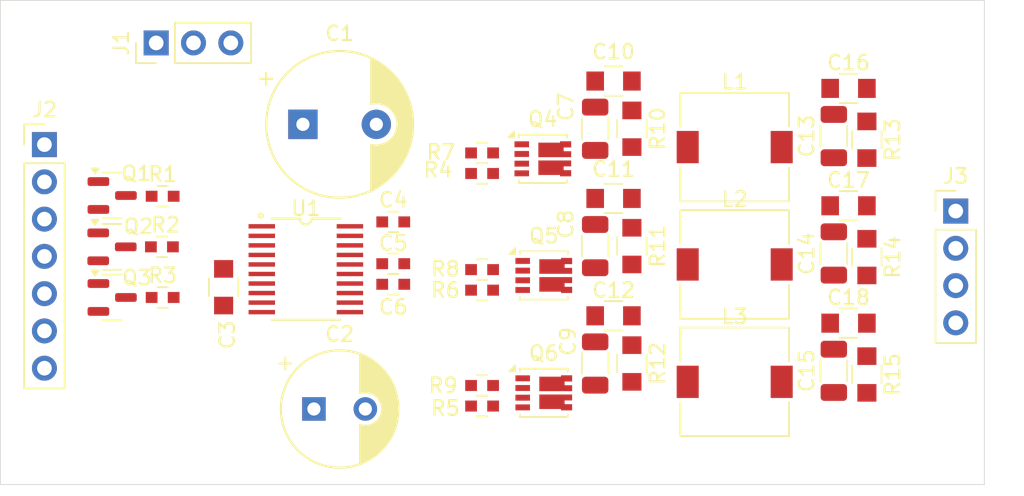
<source format=kicad_pcb>
(kicad_pcb (version 20241229) (generator "pcbnew") (generator_version "9.0")
  (layers (0 "F.Cu" signal) (2 "B.Cu" signal) (13 "F.Paste" user) (15 "B.Paste" user) (5 "F.SilkS" user "F.Silkscreen") (7 "B.SilkS" user "B.Silkscreen") (1 "F.Mask" user) (3 "B.Mask" user) (25 "Edge.Cuts" user))
  (net 0 "")
  (net 1 "GND")
  (net 2 "+36V")
  (net 3 "+12V")
  (net 4 "Net-(Q4A-S)")
  (net 5 "Net-(Q5A-S)")
  (net 6 "Net-(Q6A-S)")
  (net 7 "/SingleSynchroDriver/PHASE_A_OUT")
  (net 8 "/SingleSynchroDriver/PHASE_B_OUT")
  (net 9 "/SingleSynchroDriver/PHASE_C_OUT")
  (net 10 "/SingleSynchroDriver/INA")
  (net 11 "/SingleSynchroDriver/INC")
  (net 12 "/SingleSynchroDriver/INBL")
  (net 13 "/SingleSynchroDriver/INAL")
  (net 14 "/SingleSynchroDriver/INCL")
  (net 15 "/SingleSynchroDriver/INB")
  (net 16 "Net-(Q4B-G)")
  (net 17 "Net-(Q4A-G)")
  (net 18 "Net-(Q5B-G)")
  (net 19 "Net-(Q5A-G)")
  (net 20 "Net-(Q6B-G)")
  (net 21 "Net-(Q6A-G)")
  (net 22 "Net-(U1-BSTA)")
  (net 23 "Net-(U1-BSTB)")
  (net 24 "Net-(U1-BSTC)")
  (net 25 "Net-(C10-Pad1)")
  (net 26 "Net-(C11-Pad1)")
  (net 27 "Net-(C12-Pad1)")
  (net 28 "Net-(C16-Pad1)")
  (net 29 "Net-(C17-Pad1)")
  (net 30 "Net-(C18-Pad1)")
  (net 31 "Net-(U1-GLA)")
  (net 32 "Net-(U1-GLC)")
  (net 33 "Net-(U1-GLB)")
  (net 34 "Net-(U1-GHA)")
  (net 35 "Net-(U1-GHB)")
  (net 36 "Net-(U1-GHC)")
  (footprint "Package_TO_SOT_SMD:SOT-23" (layer "F.Cu") (at 127.6125 93.3)
    (property "Reference" "Q1" (at 1.6375 -1.5 0) (layer "F.SilkS"))
    (property "Value" "2N7002")
    (fp_line (start 0 -1.56) (end -0.65 -1.56) (stroke (width 0.12)) (layer "F.SilkS"))
    (fp_line (start 0 -1.56) (end 0.65 -1.56) (stroke (width 0.12)) (layer "F.SilkS"))
    (fp_line (start 0 1.56) (end -0.65 1.56) (stroke (width 0.12)) (layer "F.SilkS"))
    (fp_line (start 0 1.56) (end 0.65 1.56) (stroke (width 0.12)) (layer "F.SilkS"))
    (fp_poly (pts (xy -1.1625 -1.51) (xy -1.4025 -1.84) (xy -0.9225 -1.84)) (stroke (width 0.12)) (fill yes) (layer "F.SilkS"))
    (pad "1" smd roundrect (at -0.9375 -0.95) (size 1.475 0.6) (layers "F.Cu" "F.Mask" "F.Paste") (net 10 "/SingleSynchroDriver/INA"))
    (pad "2" smd roundrect (at -0.9375 0.95) (size 1.475 0.6) (layers "F.Cu" "F.Mask" "F.Paste") (net 1 "GND"))
    (pad "3" smd roundrect (at 0.9375 0) (size 1.475 0.6) (layers "F.Cu" "F.Mask" "F.Paste") (net 13 "/SingleSynchroDriver/INAL"))
  )
  (footprint "Passive:CAPC1608X100" (layer "F.Cu") (at 146.75 95.1)
    (property "Reference" "C4" (at 0 -1.5 0) (layer "F.SilkS"))
    (property "Value" "0.1uF")
    (fp_line (start -0.35 -0.7) (end 0.35 -0.7) (stroke (width 0.12)) (layer "F.SilkS"))
    (fp_line (start 0.35 0.7) (end -0.35 0.7) (stroke (width 0.12)) (layer "F.SilkS"))
    (pad "1" smd rect (at -0.75 0) (size 0.8 0.75) (layers "F.Cu" "F.Mask" "F.Paste") (net 22 "Net-(U1-BSTA)"))
    (pad "2" smd rect (at 0.75 0) (size 0.8 0.75) (layers "F.Cu" "F.Mask" "F.Paste") (net 4 "Net-(Q4A-S)"))
  )
  (footprint "Package_TO_SOT_SMD:SOT-23" (layer "F.Cu") (at 127.6 96.8)
    (property "Reference" "Q2" (at 1.8 -1.3875 0) (layer "F.SilkS"))
    (property "Value" "2N7002")
    (fp_line (start 0 -1.56) (end -0.65 -1.56) (stroke (width 0.12)) (layer "F.SilkS"))
    (fp_line (start 0 -1.56) (end 0.65 -1.56) (stroke (width 0.12)) (layer "F.SilkS"))
    (fp_line (start 0 1.56) (end -0.65 1.56) (stroke (width 0.12)) (layer "F.SilkS"))
    (fp_line (start 0 1.56) (end 0.65 1.56) (stroke (width 0.12)) (layer "F.SilkS"))
    (fp_poly (pts (xy -1.1625 -1.51) (xy -1.4025 -1.84) (xy -0.9225 -1.84)) (stroke (width 0.12)) (fill yes) (layer "F.SilkS"))
    (pad "1" smd roundrect (at -0.9375 -0.95) (size 1.475 0.6) (layers "F.Cu" "F.Mask" "F.Paste") (net 15 "/SingleSynchroDriver/INB"))
    (pad "2" smd roundrect (at -0.9375 0.95) (size 1.475 0.6) (layers "F.Cu" "F.Mask" "F.Paste") (net 1 "GND"))
    (pad "3" smd roundrect (at 0.9375 0) (size 1.475 0.6) (layers "F.Cu" "F.Mask" "F.Paste") (net 12 "/SingleSynchroDriver/INBL"))
  )
  (footprint "Passive:CAPC2012X55" (layer "F.Cu") (at 161.75 85.5 180)
    (property "Reference" "C10" (at 0 2 0) (layer "F.SilkS"))
    (property "Value" "DNI")
    (fp_line (start 0.6 1) (end -0.6 1) (stroke (width 0.12)) (layer "F.SilkS"))
    (fp_line (start -0.6 -1) (end 0.6 -1) (stroke (width 0.12)) (layer "F.SilkS"))
    (pad "1" smd rect (at -1.25 0 180) (size 1.2 1.3) (layers "F.Cu" "F.Mask" "F.Paste") (net 25 "Net-(C10-Pad1)"))
    (pad "2" smd rect (at 1.25 0 180) (size 1.2 1.3) (layers "F.Cu" "F.Mask" "F.Paste") (net 1 "GND"))
  )
  (footprint "Inductor_SMD:L_7.3x7.3_H3.5" (layer "F.Cu") (at 170 90)
    (property "Reference" "L1" (at 0 -4.45 0) (layer "F.SilkS"))
    (property "Value" "220uH")
    (fp_line (start -3.7 -3.7) (end 3.7 -3.7) (stroke (width 0.12)) (layer "F.SilkS"))
    (fp_line (start -3.7 -1.4) (end -3.7 -3.7) (stroke (width 0.12)) (layer "F.SilkS"))
    (fp_line (start -3.7 3.7) (end -3.7 1.4) (stroke (width 0.12)) (layer "F.SilkS"))
    (fp_line (start 3.7 -3.7) (end 3.7 -1.4) (stroke (width 0.12)) (layer "F.SilkS"))
    (fp_line (start 3.7 1.4) (end 3.7 3.7) (stroke (width 0.12)) (layer "F.SilkS"))
    (fp_line (start 3.7 3.7) (end -3.7 3.7) (stroke (width 0.12)) (layer "F.SilkS"))
    (pad "1" smd rect (at -3.2 0) (size 1.5 2.2) (layers "F.Cu" "F.Mask" "F.Paste") (net 4 "Net-(Q4A-S)"))
    (pad "2" smd rect (at 3.2 0) (size 1.5 2.2) (layers "F.Cu" "F.Mask" "F.Paste") (net 7 "/SingleSynchroDriver/PHASE_A_OUT"))
  )
  (footprint "Passive:RESC1608X55" (layer "F.Cu") (at 152.8 91.8)
    (property "Reference" "R4" (at -3 -0.25 0) (layer "F.SilkS"))
    (property "Value" "1")
    (fp_line (start -0.35 -0.7) (end 0.35 -0.7) (stroke (width 0.12)) (layer "F.SilkS"))
    (fp_line (start 0.35 0.7) (end -0.35 0.7) (stroke (width 0.12)) (layer "F.SilkS"))
    (pad "1" smd rect (at -0.75 0) (size 0.8 0.75) (layers "F.Cu" "F.Mask" "F.Paste") (net 31 "Net-(U1-GLA)"))
    (pad "2" smd rect (at 0.75 0) (size 0.8 0.75) (layers "F.Cu" "F.Mask" "F.Paste") (net 16 "Net-(Q4B-G)"))
  )
  (footprint "Passive:RESC2012X55" (layer "F.Cu") (at 163 88.75 90)
    (property "Reference" "R10" (at 0 1.75 90) (layer "F.SilkS"))
    (property "Value" "DNI")
    (fp_line (start -0.6 -1) (end 0.6 -1) (stroke (width 0.12)) (layer "F.SilkS"))
    (fp_line (start 0.6 1) (end -0.6 1) (stroke (width 0.12)) (layer "F.SilkS"))
    (pad "1" smd rect (at -1.25 0 90) (size 1.2 1.3) (layers "F.Cu" "F.Mask" "F.Paste") (net 4 "Net-(Q4A-S)"))
    (pad "2" smd rect (at 1.25 0 90) (size 1.2 1.3) (layers "F.Cu" "F.Mask" "F.Paste") (net 25 "Net-(C10-Pad1)"))
  )
  (footprint "Capacitor_SMD:C_1206_3216Metric" (layer "F.Cu") (at 176.75 105.25 90)
    (property "Reference" "C15" (at 0 -1.85 90) (layer "F.SilkS"))
    (property "Value" "10uF")
    (fp_line (start -0.711252 -0.91) (end 0.711252 -0.91) (stroke (width 0.12)) (layer "F.SilkS"))
    (fp_line (start -0.711252 0.91) (end 0.711252 0.91) (stroke (width 0.12)) (layer "F.SilkS"))
    (pad "1" smd roundrect (at -1.475 0 90) (size 1.15 1.8) (layers "F.Cu" "F.Mask" "F.Paste") (roundrect_rratio 0.217391) (net 9 "/SingleSynchroDriver/PHASE_C_OUT"))
    (pad "2" smd roundrect (at 1.475 0 90) (size 1.15 1.8) (layers "F.Cu" "F.Mask" "F.Paste") (roundrect_rratio 0.217391) (net 1 "GND"))
  )
  (footprint "Capacitor_SMD:C_1206_3216Metric" (layer "F.Cu") (at 160.5 96.75 90)
    (property "Reference" "C8" (at 1.5 -2 90) (layer "F.SilkS"))
    (property "Value" "10uF")
    (fp_line (start -0.711252 -0.91) (end 0.711252 -0.91) (stroke (width 0.12)) (layer "F.SilkS"))
    (fp_line (start -0.711252 0.91) (end 0.711252 0.91) (stroke (width 0.12)) (layer "F.SilkS"))
    (pad "1" smd roundrect (at -1.475 0 90) (size 1.15 1.8) (layers "F.Cu" "F.Mask" "F.Paste") (roundrect_rratio 0.217391) (net 2 "+36V"))
    (pad "2" smd roundrect (at 1.475 0 90) (size 1.15 1.8) (layers "F.Cu" "F.Mask" "F.Paste") (roundrect_rratio 0.217391) (net 1 "GND"))
  )
  (footprint "Passive:RESC2012X55" (layer "F.Cu") (at 179 89.5 90)
    (property "Reference" "R13" (at 0 1.75 90) (layer "F.SilkS"))
    (property "Value" "DNI")
    (fp_line (start -0.6 -1) (end 0.6 -1) (stroke (width 0.12)) (layer "F.SilkS"))
    (fp_line (start 0.6 1) (end -0.6 1) (stroke (width 0.12)) (layer "F.SilkS"))
    (pad "1" smd rect (at -1.25 0 90) (size 1.2 1.3) (layers "F.Cu" "F.Mask" "F.Paste") (net 7 "/SingleSynchroDriver/PHASE_A_OUT"))
    (pad "2" smd rect (at 1.25 0 90) (size 1.2 1.3) (layers "F.Cu" "F.Mask" "F.Paste") (net 28 "Net-(C16-Pad1)"))
  )
  (footprint "Passive:RESC2012X55" (layer "F.Cu") (at 179 105.5 90)
    (property "Reference" "R15" (at 0 1.75 90) (layer "F.SilkS"))
    (property "Value" "DNI")
    (fp_line (start -0.6 -1) (end 0.6 -1) (stroke (width 0.12)) (layer "F.SilkS"))
    (fp_line (start 0.6 1) (end -0.6 1) (stroke (width 0.12)) (layer "F.SilkS"))
    (pad "1" smd rect (at -1.25 0 90) (size 1.2 1.3) (layers "F.Cu" "F.Mask" "F.Paste") (net 9 "/SingleSynchroDriver/PHASE_C_OUT"))
    (pad "2" smd rect (at 1.25 0 90) (size 1.2 1.3) (layers "F.Cu" "F.Mask" "F.Paste") (net 30 "Net-(C18-Pad1)"))
  )
  (footprint "Connector_PinHeader_2.54mm:PinHeader_1x07_P2.54mm_Vertical" (layer "F.Cu") (at 123 89.83)
    (property "Reference" "J2" (at 0 -2.38 0) (layer "F.SilkS"))
    (property "Value" "CTRL")
    (fp_line (start -1.38 -1.38) (end 0 -1.38) (stroke (width 0.12)) (layer "F.SilkS"))
    (fp_line (start -1.38 0) (end -1.38 -1.38) (stroke (width 0.12)) (layer "F.SilkS"))
    (fp_line (start -1.38 1.27) (end -1.38 16.62) (stroke (width 0.12)) (layer "F.SilkS"))
    (fp_line (start -1.38 1.27) (end 1.38 1.27) (stroke (width 0.12)) (layer "F.SilkS"))
    (fp_line (start -1.38 16.62) (end 1.38 16.62) (stroke (width 0.12)) (layer "F.SilkS"))
    (fp_line (start 1.38 1.27) (end 1.38 16.62) (stroke (width 0.12)) (layer "F.SilkS"))
    (pad "1" thru_hole rect (at 0 0) (size 1.7 1.7) (drill 1) (layers "*.Cu" "*.Mask") (net 10 "/SingleSynchroDriver/INA"))
    (pad "2" thru_hole circle (at 0 2.54) (size 1.7 1.7) (drill 1) (layers "*.Cu" "*.Mask") (net 15 "/SingleSynchroDriver/INB"))
    (pad "3" thru_hole circle (at 0 5.08) (size 1.7 1.7) (drill 1) (layers "*.Cu" "*.Mask") (net 11 "/SingleSynchroDriver/INC"))
    (pad "4" thru_hole circle (at 0 7.62) (size 1.7 1.7) (drill 1) (layers "*.Cu" "*.Mask") (net 13 "/SingleSynchroDriver/INAL"))
    (pad "5" thru_hole circle (at 0 10.16) (size 1.7 1.7) (drill 1) (layers "*.Cu" "*.Mask") (net 12 "/SingleSynchroDriver/INBL"))
    (pad "6" thru_hole circle (at 0 12.7) (size 1.7 1.7) (drill 1) (layers "*.Cu" "*.Mask") (net 14 "/SingleSynchroDriver/INCL"))
    (pad "7" thru_hole circle (at 0 15.24) (size 1.7 1.7) (drill 1) (layers "*.Cu" "*.Mask") (net 1 "GND"))
  )
  (footprint "Inductor_SMD:L_7.3x7.3_H3.5" (layer "F.Cu") (at 170 98)
    (property "Reference" "L2" (at 0 -4.45 0) (layer "F.SilkS"))
    (property "Value" "220uH")
    (fp_line (start -3.7 -3.7) (end 3.7 -3.7) (stroke (width 0.12)) (layer "F.SilkS"))
    (fp_line (start -3.7 -1.4) (end -3.7 -3.7) (stroke (width 0.12)) (layer "F.SilkS"))
    (fp_line (start -3.7 3.7) (end -3.7 1.4) (stroke (width 0.12)) (layer "F.SilkS"))
    (fp_line (start 3.7 -3.7) (end 3.7 -1.4) (stroke (width 0.12)) (layer "F.SilkS"))
    (fp_line (start 3.7 1.4) (end 3.7 3.7) (stroke (width 0.12)) (layer "F.SilkS"))
    (fp_line (start 3.7 3.7) (end -3.7 3.7) (stroke (width 0.12)) (layer "F.SilkS"))
    (pad "1" smd rect (at -3.2 0) (size 1.5 2.2) (layers "F.Cu" "F.Mask" "F.Paste") (net 5 "Net-(Q5A-S)"))
    (pad "2" smd rect (at 3.2 0) (size 1.5 2.2) (layers "F.Cu" "F.Mask" "F.Paste") (net 8 "/SingleSynchroDriver/PHASE_B_OUT"))
  )
  (footprint "Capacitor_SMD:C_1206_3216Metric" (layer "F.Cu") (at 160.5 104.75 90)
    (property "Reference" "C9" (at 1.5 -1.85 90) (layer "F.SilkS"))
    (property "Value" "10uF")
    (fp_line (start -0.711252 -0.91) (end 0.711252 -0.91) (stroke (width 0.12)) (layer "F.SilkS"))
    (fp_line (start -0.711252 0.91) (end 0.711252 0.91) (stroke (width 0.12)) (layer "F.SilkS"))
    (pad "1" smd roundrect (at -1.475 0 90) (size 1.15 1.8) (layers "F.Cu" "F.Mask" "F.Paste") (roundrect_rratio 0.217391) (net 2 "+36V"))
    (pad "2" smd roundrect (at 1.475 0 90) (size 1.15 1.8) (layers "F.Cu" "F.Mask" "F.Paste") (roundrect_rratio 0.217391) (net 1 "GND"))
  )
  (footprint "Capacitor_SMD:C_1206_3216Metric" (layer "F.Cu") (at 176.75 89.25 90)
    (property "Reference" "C13" (at 0 -1.85 90) (layer "F.SilkS"))
    (property "Value" "10uF")
    (fp_line (start -0.711252 -0.91) (end 0.711252 -0.91) (stroke (width 0.12)) (layer "F.SilkS"))
    (fp_line (start -0.711252 0.91) (end 0.711252 0.91) (stroke (width 0.12)) (layer "F.SilkS"))
    (pad "1" smd roundrect (at -1.475 0 90) (size 1.15 1.8) (layers "F.Cu" "F.Mask" "F.Paste") (roundrect_rratio 0.217391) (net 7 "/SingleSynchroDriver/PHASE_A_OUT"))
    (pad "2" smd roundrect (at 1.475 0 90) (size 1.15 1.8) (layers "F.Cu" "F.Mask" "F.Paste") (roundrect_rratio 0.217391) (net 1 "GND"))
  )
  (footprint "Passive:CAPC2012X55" (layer "F.Cu") (at 135.2 99.55 -90)
    (property "Reference" "C3" (at 3.25 -0.25 90) (layer "F.SilkS"))
    (property "Value" "1uF")
    (fp_line (start 0.6 1) (end -0.6 1) (stroke (width 0.12)) (layer "F.SilkS"))
    (fp_line (start -0.6 -1) (end 0.6 -1) (stroke (width 0.12)) (layer "F.SilkS"))
    (pad "1" smd rect (at -1.25 0 270) (size 1.2 1.3) (layers "F.Cu" "F.Mask" "F.Paste") (net 3 "+12V"))
    (pad "2" smd rect (at 1.25 0 270) (size 1.2 1.3) (layers "F.Cu" "F.Mask" "F.Paste") (net 1 "GND"))
  )
  (footprint "Passive:CAPAE350P800X700" (layer "F.Cu") (at 143.1 107.85)
    (property "Reference" "C2" (at 0 -5.1 0) (layer "F.SilkS"))
    (property "Value" "100uF")
    (fp_line (start -3.7 -3.5) (end -3.7 -2.7) (stroke (width 0.15)) (layer "F.SilkS"))
    (fp_line (start -3.3 -3.1) (end -4.1 -3.1) (stroke (width 0.15)) (layer "F.SilkS"))
    (fp_line (start 1.4 -1.1) (end 1.4 -3.7) (stroke (width 0.15)) (layer "F.SilkS"))
    (fp_line (start 1.4 3.7) (end 1.4 1.1) (stroke (width 0.15)) (layer "F.SilkS"))
    (fp_arc (start 1.4 -1.1) (mid 2.90434 0) (end 1.400001 1.1) (stroke (width 0.15)) (layer "F.SilkS"))
    (fp_circle (center 0 0) (end 4 0) (stroke (width 0.15)) (fill no) (layer "F.SilkS"))
    (fp_poly (pts (xy 1.4 -3.7) (xy 1.4 -1.1) (xy 2 -1.2) (xy 2.7 -0.8) (xy 2.9 -0.2) (xy 2.9 0.3) (xy 2.6 0.8) (xy 2 1.2) (xy 1.400001 1.1) (xy 1.4 3.7) (xy 2.3 3.3) (xy 3.1 2.5) (xy 3.7 1.4) (xy 4 0) (xy 3.8 -1.3) (xy 3.3 -2.3) (xy 2.4 -3.2)) (stroke (width 0.1)) (fill yes) (layer "F.SilkS"))
    (pad "1" thru_hole rect (at -1.75 0) (size 1.6 1.6) (drill 0.9) (layers "*.Cu" "*.Mask") (net 3 "+12V"))
    (pad "2" thru_hole circle (at 1.75 0) (size 1.6 1.6) (drill 0.9) (layers "*.Cu" "*.Mask") (net 1 "GND"))
  )
  (footprint "Package_SO:Vishay_PowerPAK_1212-8_Dual" (layer "F.Cu") (at 157 98.75)
    (property "Reference" "Q5" (at 0 -2.7 0) (layer "F.SilkS"))
    (property "Value" "SIS990")
    (fp_line (start -1.635 -1.645) (end 1.635 -1.645) (stroke (width 0.12)) (layer "F.SilkS"))
    (fp_line (start -1.635 -1.46) (end -1.635 -1.645) (stroke (width 0.12)) (layer "F.SilkS"))
    (fp_line (start -1.635 1.46) (end -1.635 1.645) (stroke (width 0.12)) (layer "F.SilkS"))
    (fp_line (start -1.635 1.645) (end 1.635 1.645) (stroke (width 0.12)) (layer "F.SilkS"))
    (fp_line (start 1.635 -1.46) (end 1.635 -1.645) (stroke (width 0.12)) (layer "F.SilkS"))
    (fp_line (start 1.635 1.46) (end 1.635 1.645) (stroke (width 0.12)) (layer "F.SilkS"))
    (fp_poly (pts (xy -2.355 -1.46) (xy -1.955 -1.86) (xy -1.955 -1.46)) (stroke (width 0.12)) (fill yes) (layer "F.SilkS"))
    (pad "1" smd rect (at -1.435 -0.99) (size 0.99 0.405) (layers "F.Cu" "F.Mask" "F.Paste") (net 5 "Net-(Q5A-S)"))
    (pad "2" smd rect (at -1.435 -0.33) (size 0.99 0.405) (layers "F.Cu" "F.Mask" "F.Paste") (net 19 "Net-(Q5A-G)"))
    (pad "3" smd rect (at -1.435 0.33) (size 0.99 0.405) (layers "F.Cu" "F.Mask" "F.Paste") (net 1 "GND"))
    (pad "4" smd rect (at -1.435 0.99) (size 0.99 0.405) (layers "F.Cu" "F.Mask" "F.Paste") (net 18 "Net-(Q5B-G)"))
    (pad "5" smd custom (at 0.5575 0.6075) (size 1.725 0.99) (layers "F.Cu" "F.Mask" "F.Paste") (net 5 "Net-(Q5A-S)") (options (clearance outline) (anchor rect)) (primitives (gr_poly (pts (xy 1.3725 -0.09) (xy 0.8625 -0.09) (xy 0.8625 0.165) (xy 1.3725 0.165) (xy 1.3725 0.5875) (xy 0.6125 0.5875) (xy 0.6125 -0.495) (xy 1.3725 -0.495)) (width 0) (fill yes))))
    (pad "6" smd custom (at 0.5575 -0.6075) (size 1.725 0.99) (layers "F.Cu" "F.Mask" "F.Paste") (net 2 "+36V") (options (clearance outline) (anchor rect)) (primitives (gr_poly (pts (xy 1.3725 -0.165) (xy 0.8625 -0.165) (xy 0.8625 0.09) (xy 1.3725 0.09) (xy 1.3725 0.495) (xy 0.6125 0.495) (xy 0.6125 -0.5875) (xy 1.3725 -0.5875)) (width 0) (fill yes))))
  )
  (footprint "Active:TSOP65P640X110-20" (layer "F.Cu") (at 140.8 98.325)
    (property "Reference" "U1" (at 0 -4.15 0) (layer "F.SilkS"))
    (property "Value" "DRV8300")
    (fp_line (start -2.325 -3.45) (end -0.4 -3.45) (stroke (width 0.15)) (layer "F.SilkS"))
    (fp_line (start -2.325 3.45) (end 2.325 3.45) (stroke (width 0.15)) (layer "F.SilkS"))
    (fp_line (start 0.4 -3.45) (end 2.325 -3.45) (stroke (width 0.15)) (layer "F.SilkS"))
    (fp_arc (start 0.4 -3.45) (mid 0 -3.05) (end -0.4 -3.45) (stroke (width 0.15)) (layer "F.SilkS"))
    (fp_circle (center -3.075 -3.65) (end -2.975 -3.55) (stroke (width 0.15)) (fill no) (layer "F.SilkS"))
    (pad "1" smd rect (at -3 -2.925) (size 1.8 0.3) (layers "F.Cu" "F.Mask" "F.Paste") (net 10 "/SingleSynchroDriver/INA"))
    (pad "2" smd rect (at -3 -2.275) (size 1.8 0.3) (layers "F.Cu" "F.Mask" "F.Paste") (net 15 "/SingleSynchroDriver/INB"))
    (pad "3" smd rect (at -3 -1.625) (size 1.8 0.3) (layers "F.Cu" "F.Mask" "F.Paste") (net 11 "/SingleSynchroDriver/INC"))
    (pad "4" smd rect (at -3 -0.975) (size 1.8 0.3) (layers "F.Cu" "F.Mask" "F.Paste") (net 13 "/SingleSynchroDriver/INAL"))
    (pad "5" smd rect (at -3 -0.325) (size 1.8 0.3) (layers "F.Cu" "F.Mask" "F.Paste") (net 12 "/SingleSynchroDriver/INBL"))
    (pad "6" smd rect (at -3 0.325) (size 1.8 0.3) (layers "F.Cu" "F.Mask" "F.Paste") (net 14 "/SingleSynchroDriver/INCL"))
    (pad "7" smd rect (at -3 0.975) (size 1.8 0.3) (layers "F.Cu" "F.Mask" "F.Paste") (net 3 "+12V"))
    (pad "8" smd rect (at -3 1.625) (size 1.8 0.3) (layers "F.Cu" "F.Mask" "F.Paste") (net 1 "GND"))
    (pad "9" smd rect (at -3 2.275) (size 1.8 0.3) (layers "F.Cu" "F.Mask" "F.Paste") (net 32 "Net-(U1-GLC)"))
    (pad "10" smd rect (at -3 2.925) (size 1.8 0.3) (layers "F.Cu" "F.Mask" "F.Paste") (net 33 "Net-(U1-GLB)"))
    (pad "11" smd rect (at 3 2.925) (size 1.8 0.3) (layers "F.Cu" "F.Mask" "F.Paste") (net 31 "Net-(U1-GLA)"))
    (pad "12" smd rect (at 3 2.275) (size 1.8 0.3) (layers "F.Cu" "F.Mask" "F.Paste") (net 6 "Net-(Q6A-S)"))
    (pad "13" smd rect (at 3 1.625) (size 1.8 0.3) (layers "F.Cu" "F.Mask" "F.Paste") (net 36 "Net-(U1-GHC)"))
    (pad "14" smd rect (at 3 0.975) (size 1.8 0.3) (layers "F.Cu" "F.Mask" "F.Paste") (net 24 "Net-(U1-BSTC)"))
    (pad "15" smd rect (at 3 0.325) (size 1.8 0.3) (layers "F.Cu" "F.Mask" "F.Paste") (net 5 "Net-(Q5A-S)"))
    (pad "16" smd rect (at 3 -0.325) (size 1.8 0.3) (layers "F.Cu" "F.Mask" "F.Paste") (net 35 "Net-(U1-GHB)"))
    (pad "17" smd rect (at 3 -0.975) (size 1.8 0.3) (layers "F.Cu" "F.Mask" "F.Paste") (net 23 "Net-(U1-BSTB)"))
    (pad "18" smd rect (at 3 -1.625) (size 1.8 0.3) (layers "F.Cu" "F.Mask" "F.Paste") (net 4 "Net-(Q4A-S)"))
    (pad "19" smd rect (at 3 -2.275) (size 1.8 0.3) (layers "F.Cu" "F.Mask" "F.Paste") (net 34 "Net-(U1-GHA)"))
    (pad "20" smd rect (at 3 -2.925) (size 1.8 0.3) (layers "F.Cu" "F.Mask" "F.Paste") (net 22 "Net-(U1-BSTA)"))
  )
  (footprint "Passive:CAPAE500P1000X1500" (layer "F.Cu") (at 143.1 88.45)
    (property "Reference" "C1" (at 0 -6.2 0) (layer "F.SilkS"))
    (property "Value" "1000uF")
    (fp_line (start -5 -3.5) (end -5 -2.7) (stroke (width 0.15)) (layer "F.SilkS"))
    (fp_line (start -4.6 -3.1) (end -5.4 -3.1) (stroke (width 0.15)) (layer "F.SilkS"))
    (fp_line (start 2.15 -1.4) (end 2.15 -4.4) (stroke (width 0.15)) (layer "F.SilkS"))
    (fp_line (start 2.15 4.4) (end 2.15 1.4) (stroke (width 0.15)) (layer "F.SilkS"))
    (fp_arc (start 2.15 -1.4) (mid 3.943087 0) (end 2.15 1.4) (stroke (width 0.15)) (layer "F.SilkS"))
    (fp_circle (center 0 0) (end 5 0) (stroke (width 0.15)) (fill no) (layer "F.SilkS"))
    (fp_poly (pts (xy 2.15 -4.4) (xy 2.15 -1.4) (xy 2.75 -1.5) (xy 3.55 -1.1) (xy 3.95 -0.5) (xy 4.05 0) (xy 3.85 0.7) (xy 3.45 1.2) (xy 2.85 1.5) (xy 2.15 1.4) (xy 2.15 4.6) (xy 3 4) (xy 3.8 3.2) (xy 4.6 2) (xy 4.8 1.2) (xy 5 0.4) (xy 5 -0.4) (xy 4.8 -1.4) (xy 4.4 -2.2) (xy 3.8 -3.2) (xy 3.2 -3.8)) (stroke (width 0.1)) (fill yes) (layer "F.SilkS"))
    (pad "1" thru_hole rect (at -2.5 0) (size 2 2) (drill 0.9) (layers "*.Cu" "*.Mask") (net 2 "+36V"))
    (pad "2" thru_hole circle (at 2.5 0) (size 2 2) (drill 0.9) (layers "*.Cu" "*.Mask") (net 1 "GND"))
  )
  (footprint "Passive:RESC1608X55" (layer "F.Cu") (at 131.05 100.25)
    (property "Reference" "R3" (at 0 -1.5 0) (layer "F.SilkS"))
    (property "Value" "4.7K")
    (fp_line (start -0.35 -0.7) (end 0.35 -0.7) (stroke (width 0.12)) (layer "F.SilkS"))
    (fp_line (start 0.35 0.7) (end -0.35 0.7) (stroke (width 0.12)) (layer "F.SilkS"))
    (pad "1" smd rect (at -0.75 0) (size 0.8 0.75) (layers "F.Cu" "F.Mask" "F.Paste") (net 14 "/SingleSynchroDriver/INCL"))
    (pad "2" smd rect (at 0.75 0) (size 0.8 0.75) (layers "F.Cu" "F.Mask" "F.Paste") (net 3 "+12V"))
  )
  (footprint "Capacitor_SMD:C_1206_3216Metric" (layer "F.Cu") (at 176.75 97.25 90)
    (property "Reference" "C14" (at 0 -1.85 90) (layer "F.SilkS"))
    (property "Value" "10uF")
    (fp_line (start -0.711252 -0.91) (end 0.711252 -0.91) (stroke (width 0.12)) (layer "F.SilkS"))
    (fp_line (start -0.711252 0.91) (end 0.711252 0.91) (stroke (width 0.12)) (layer "F.SilkS"))
    (pad "1" smd roundrect (at -1.475 0 90) (size 1.15 1.8) (layers "F.Cu" "F.Mask" "F.Paste") (roundrect_rratio 0.217391) (net 8 "/SingleSynchroDriver/PHASE_B_OUT"))
    (pad "2" smd roundrect (at 1.475 0 90) (size 1.15 1.8) (layers "F.Cu" "F.Mask" "F.Paste") (roundrect_rratio 0.217391) (net 1 "GND"))
  )
  (footprint "Passive:RESC1608X55" (layer "F.Cu") (at 131.05 93.35)
    (property "Reference" "R1" (at 0 -1.5 0) (layer "F.SilkS"))
    (property "Value" "4.7K")
    (fp_line (start -0.35 -0.7) (end 0.35 -0.7) (stroke (width 0.12)) (layer "F.SilkS"))
    (fp_line (start 0.35 0.7) (end -0.35 0.7) (stroke (width 0.12)) (layer "F.SilkS"))
    (pad "1" smd rect (at -0.75 0) (size 0.8 0.75) (layers "F.Cu" "F.Mask" "F.Paste") (net 13 "/SingleSynchroDriver/INAL"))
    (pad "2" smd rect (at 0.75 0) (size 0.8 0.75) (layers "F.Cu" "F.Mask" "F.Paste") (net 3 "+12V"))
  )
  (footprint "Package_SO:Vishay_PowerPAK_1212-8_Dual" (layer "F.Cu") (at 156.935 90.8)
    (property "Reference" "Q4" (at 0 -2.7 0) (layer "F.SilkS"))
    (property "Value" "SIS990")
    (fp_line (start -1.635 -1.645) (end 1.635 -1.645) (stroke (width 0.12)) (layer "F.SilkS"))
    (fp_line (start -1.635 -1.46) (end -1.635 -1.645) (stroke (width 0.12)) (layer "F.SilkS"))
    (fp_line (start -1.635 1.46) (end -1.635 1.645) (stroke (width 0.12)) (layer "F.SilkS"))
    (fp_line (start -1.635 1.645) (end 1.635 1.645) (stroke (width 0.12)) (layer "F.SilkS"))
    (fp_line (start 1.635 -1.46) (end 1.635 -1.645) (stroke (width 0.12)) (layer "F.SilkS"))
    (fp_line (start 1.635 1.46) (end 1.635 1.645) (stroke (width 0.12)) (layer "F.SilkS"))
    (fp_poly (pts (xy -2.355 -1.46) (xy -1.955 -1.86) (xy -1.955 -1.46)) (stroke (width 0.12)) (fill yes) (layer "F.SilkS"))
    (pad "1" smd rect (at -1.435 -0.99) (size 0.99 0.405) (layers "F.Cu" "F.Mask" "F.Paste") (net 4 "Net-(Q4A-S)"))
    (pad "2" smd rect (at -1.435 -0.33) (size 0.99 0.405) (layers "F.Cu" "F.Mask" "F.Paste") (net 17 "Net-(Q4A-G)"))
    (pad "3" smd rect (at -1.435 0.33) (size 0.99 0.405) (layers "F.Cu" "F.Mask" "F.Paste") (net 1 "GND"))
    (pad "4" smd rect (at -1.435 0.99) (size 0.99 0.405) (layers "F.Cu" "F.Mask" "F.Paste") (net 16 "Net-(Q4B-G)"))
    (pad "5" smd custom (at 0.5575 0.6075) (size 1.725 0.99) (layers "F.Cu" "F.Mask" "F.Paste") (net 4 "Net-(Q4A-S)") (options (clearance outline) (anchor rect)) (primitives (gr_poly (pts (xy 1.3725 -0.09) (xy 0.8625 -0.09) (xy 0.8625 0.165) (xy 1.3725 0.165) (xy 1.3725 0.5875) (xy 0.6125 0.5875) (xy 0.6125 -0.495) (xy 1.3725 -0.495)) (width 0) (fill yes))))
    (pad "6" smd custom (at 0.5575 -0.6075) (size 1.725 0.99) (layers "F.Cu" "F.Mask" "F.Paste") (net 2 "+36V") (options (clearance outline) (anchor rect)) (primitives (gr_poly (pts (xy 1.3725 -0.165) (xy 0.8625 -0.165) (xy 0.8625 0.09) (xy 1.3725 0.09) (xy 1.3725 0.495) (xy 0.6125 0.495) (xy 0.6125 -0.5875) (xy 1.3725 -0.5875)) (width 0) (fill yes))))
  )
  (footprint "Passive:RESC2012X55" (layer "F.Cu") (at 179 97.5 90)
    (property "Reference" "R14" (at 0 1.75 90) (layer "F.SilkS"))
    (property "Value" "DNI")
    (fp_line (start -0.6 -1) (end 0.6 -1) (stroke (width 0.12)) (layer "F.SilkS"))
    (fp_line (start 0.6 1) (end -0.6 1) (stroke (width 0.12)) (layer "F.SilkS"))
    (pad "1" smd rect (at -1.25 0 90) (size 1.2 1.3) (layers "F.Cu" "F.Mask" "F.Paste") (net 8 "/SingleSynchroDriver/PHASE_B_OUT"))
    (pad "2" smd rect (at 1.25 0 90) (size 1.2 1.3) (layers "F.Cu" "F.Mask" "F.Paste") (net 29 "Net-(C17-Pad1)"))
  )
  (footprint "Passive:RESC1608X55" (layer "F.Cu") (at 131 96.8)
    (property "Reference" "R2" (at 0.25 -1.5 0) (layer "F.SilkS"))
    (property "Value" "4.7K")
    (fp_line (start -0.35 -0.7) (end 0.35 -0.7) (stroke (width 0.12)) (layer "F.SilkS"))
    (fp_line (start 0.35 0.7) (end -0.35 0.7) (stroke (width 0.12)) (layer "F.SilkS"))
    (pad "1" smd rect (at -0.75 0) (size 0.8 0.75) (layers "F.Cu" "F.Mask" "F.Paste") (net 12 "/SingleSynchroDriver/INBL"))
    (pad "2" smd rect (at 0.75 0) (size 0.8 0.75) (layers "F.Cu" "F.Mask" "F.Paste") (net 3 "+12V"))
  )
  (footprint "Passive:CAPC1608X100" (layer "F.Cu") (at 146.75 97.95)
    (property "Reference" "C5" (at 0 -1.4 0) (layer "F.SilkS"))
    (property "Value" "0.1uF")
    (fp_line (start -0.35 -0.7) (end 0.35 -0.7) (stroke (width 0.12)) (layer "F.SilkS"))
    (fp_line (start 0.35 0.7) (end -0.35 0.7) (stroke (width 0.12)) (layer "F.SilkS"))
    (pad "1" smd rect (at -0.75 0) (size 0.8 0.75) (layers "F.Cu" "F.Mask" "F.Paste") (net 23 "Net-(U1-BSTB)"))
    (pad "2" smd rect (at 0.75 0) (size 0.8 0.75) (layers "F.Cu" "F.Mask" "F.Paste") (net 5 "Net-(Q5A-S)"))
  )
  (footprint "Passive:RESC1608X55" (layer "F.Cu") (at 152.8 98.35)
    (property "Reference" "R8" (at -2.5 -0.05 0) (layer "F.SilkS"))
    (property "Value" "1")
    (fp_line (start -0.35 -0.7) (end 0.35 -0.7) (stroke (width 0.12)) (layer "F.SilkS"))
    (fp_line (start 0.35 0.7) (end -0.35 0.7) (stroke (width 0.12)) (layer "F.SilkS"))
    (pad "1" smd rect (at -0.75 0) (size 0.8 0.75) (layers "F.Cu" "F.Mask" "F.Paste") (net 35 "Net-(U1-GHB)"))
    (pad "2" smd rect (at 0.75 0) (size 0.8 0.75) (layers "F.Cu" "F.Mask" "F.Paste") (net 19 "Net-(Q5A-G)"))
  )
  (footprint "Passive:CAPC2012X55" (layer "F.Cu") (at 177.75 102 180)
    (property "Reference" "C18" (at 0 1.75 0) (layer "F.SilkS"))
    (property "Value" "DNI")
    (fp_line (start 0.6 1) (end -0.6 1) (stroke (width 0.12)) (layer "F.SilkS"))
    (fp_line (start -0.6 -1) (end 0.6 -1) (stroke (width 0.12)) (layer "F.SilkS"))
    (pad "1" smd rect (at -1.25 0 180) (size 1.2 1.3) (layers "F.Cu" "F.Mask" "F.Paste") (net 30 "Net-(C18-Pad1)"))
    (pad "2" smd rect (at 1.25 0 180) (size 1.2 1.3) (layers "F.Cu" "F.Mask" "F.Paste") (net 1 "GND"))
  )
  (footprint "Passive:RESC2012X55" (layer "F.Cu") (at 163 104.75 90)
    (property "Reference" "R12" (at 0 1.75 90) (layer "F.SilkS"))
    (property "Value" "DNI")
    (fp_line (start -0.6 -1) (end 0.6 -1) (stroke (width 0.12)) (layer "F.SilkS"))
    (fp_line (start 0.6 1) (end -0.6 1) (stroke (width 0.12)) (layer "F.SilkS"))
    (pad "1" smd rect (at -1.25 0 90) (size 1.2 1.3) (layers "F.Cu" "F.Mask" "F.Paste") (net 6 "Net-(Q6A-S)"))
    (pad "2" smd rect (at 1.25 0 90) (size 1.2 1.3) (layers "F.Cu" "F.Mask" "F.Paste") (net 27 "Net-(C12-Pad1)"))
  )
  (footprint "Inductor_SMD:L_7.3x7.3_H3.5" (layer "F.Cu") (at 170 106)
    (property "Reference" "L3" (at 0 -4.45 0) (layer "F.SilkS"))
    (property "Value" "220uH")
    (fp_line (start -3.7 -3.7) (end 3.7 -3.7) (stroke (width 0.12)) (layer "F.SilkS"))
    (fp_line (start -3.7 -1.4) (end -3.7 -3.7) (stroke (width 0.12)) (layer "F.SilkS"))
    (fp_line (start -3.7 3.7) (end -3.7 1.4) (stroke (width 0.12)) (layer "F.SilkS"))
    (fp_line (start 3.7 -3.7) (end 3.7 -1.4) (stroke (width 0.12)) (layer "F.SilkS"))
    (fp_line (start 3.7 1.4) (end 3.7 3.7) (stroke (width 0.12)) (layer "F.SilkS"))
    (fp_line (start 3.7 3.7) (end -3.7 3.7) (stroke (width 0.12)) (layer "F.SilkS"))
    (pad "1" smd rect (at -3.2 0) (size 1.5 2.2) (layers "F.Cu" "F.Mask" "F.Paste") (net 6 "Net-(Q6A-S)"))
    (pad "2" smd rect (at 3.2 0) (size 1.5 2.2) (layers "F.Cu" "F.Mask" "F.Paste") (net 9 "/SingleSynchroDriver/PHASE_C_OUT"))
  )
  (footprint "Passive:RESC1608X55" (layer "F.Cu") (at 152.8 107.65)
    (property "Reference" "R5" (at -2.5 0.15 0) (layer "F.SilkS"))
    (property "Value" "1")
    (fp_line (start -0.35 -0.7) (end 0.35 -0.7) (stroke (width 0.12)) (layer "F.SilkS"))
    (fp_line (start 0.35 0.7) (end -0.35 0.7) (stroke (width 0.12)) (layer "F.SilkS"))
    (pad "1" smd rect (at -0.75 0) (size 0.8 0.75) (layers "F.Cu" "F.Mask" "F.Paste") (net 32 "Net-(U1-GLC)"))
    (pad "2" smd rect (at 0.75 0) (size 0.8 0.75) (layers "F.Cu" "F.Mask" "F.Paste") (net 20 "Net-(Q6B-G)"))
  )
  (footprint "Passive:CAPC1608X100" (layer "F.Cu") (at 146.75 99.35)
    (property "Reference" "C6" (at 0 1.55 0) (layer "F.SilkS"))
    (property "Value" "0.1uF")
    (fp_line (start -0.35 -0.7) (end 0.35 -0.7) (stroke (width 0.12)) (layer "F.SilkS"))
    (fp_line (start 0.35 0.7) (end -0.35 0.7) (stroke (width 0.12)) (layer "F.SilkS"))
    (pad "1" smd rect (at -0.75 0) (size 0.8 0.75) (layers "F.Cu" "F.Mask" "F.Paste") (net 24 "Net-(U1-BSTC)"))
    (pad "2" smd rect (at 0.75 0) (size 0.8 0.75) (layers "F.Cu" "F.Mask" "F.Paste") (net 6 "Net-(Q6A-S)"))
  )
  (footprint "Passive:CAPC2012X55" (layer "F.Cu") (at 177.75 94 180)
    (property "Reference" "C17" (at 0 1.75 0) (layer "F.SilkS"))
    (property "Value" "DNI")
    (fp_line (start 0.6 1) (end -0.6 1) (stroke (width 0.12)) (layer "F.SilkS"))
    (fp_line (start -0.6 -1) (end 0.6 -1) (stroke (width 0.12)) (layer "F.SilkS"))
    (pad "1" smd rect (at -1.25 0 180) (size 1.2 1.3) (layers "F.Cu" "F.Mask" "F.Paste") (net 29 "Net-(C17-Pad1)"))
    (pad "2" smd rect (at 1.25 0 180) (size 1.2 1.3) (layers "F.Cu" "F.Mask" "F.Paste") (net 1 "GND"))
  )
  (footprint "Connector_PinHeader_2.54mm:PinHeader_1x03_P2.54mm_Vertical" (layer "F.Cu") (at 130.61 82.9 90)
    (property "Reference" "J1" (at 0 -2.38 90) (layer "F.SilkS"))
    (property "Value" "POWER")
    (fp_line (start -1.38 -1.38) (end 0 -1.38) (stroke (width 0.12)) (layer "F.SilkS"))
    (fp_line (start -1.38 0) (end -1.38 -1.38) (stroke (width 0.12)) (layer "F.SilkS"))
    (fp_line (start 1.38 1.27) (end 1.38 6.46) (stroke (width 0.12)) (layer "F.SilkS"))
    (fp_line (start -1.38 1.27) (end 1.38 1.27) (stroke (width 0.12)) (layer "F.SilkS"))
    (fp_line (start -1.38 1.27) (end -1.38 6.46) (stroke (width 0.12)) (layer "F.SilkS"))
    (fp_line (start -1.38 6.46) (end 1.38 6.46) (stroke (width 0.12)) (layer "F.SilkS"))
    (pad "1" thru_hole rect (at 0 0 90) (size 1.7 1.7) (drill 1) (layers "*.Cu" "*.Mask") (net 3 "+12V"))
    (pad "2" thru_hole circle (at 0 2.54 90) (size 1.7 1.7) (drill 1) (layers "*.Cu" "*.Mask") (net 1 "GND"))
    (pad "3" thru_hole circle (at 0 5.08 90) (size 1.7 1.7) (drill 1) (layers "*.Cu" "*.Mask") (net 2 "+36V"))
  )
  (footprint "Passive:CAPC2012X55" (layer "F.Cu") (at 161.75 93.5 180)
    (property "Reference" "C11" (at 0 2 0) (layer "F.SilkS"))
    (property "Value" "DNI")
    (fp_line (start 0.6 1) (end -0.6 1) (stroke (width 0.12)) (layer "F.SilkS"))
    (fp_line (start -0.6 -1) (end 0.6 -1) (stroke (width 0.12)) (layer "F.SilkS"))
    (pad "1" smd rect (at -1.25 0 180) (size 1.2 1.3) (layers "F.Cu" "F.Mask" "F.Paste") (net 26 "Net-(C11-Pad1)"))
    (pad "2" smd rect (at 1.25 0 180) (size 1.2 1.3) (layers "F.Cu" "F.Mask" "F.Paste") (net 1 "GND"))
  )
  (footprint "Passive:RESC2012X55" (layer "F.Cu") (at 163 96.75 90)
    (property "Reference" "R11" (at 0 1.75 90) (layer "F.SilkS"))
    (property "Value" "DNI")
    (fp_line (start -0.6 -1) (end 0.6 -1) (stroke (width 0.12)) (layer "F.SilkS"))
    (fp_line (start 0.6 1) (end -0.6 1) (stroke (width 0.12)) (layer "F.SilkS"))
    (pad "1" smd rect (at -1.25 0 90) (size 1.2 1.3) (layers "F.Cu" "F.Mask" "F.Paste") (net 5 "Net-(Q5A-S)"))
    (pad "2" smd rect (at 1.25 0 90) (size 1.2 1.3) (layers "F.Cu" "F.Mask" "F.Paste") (net 26 "Net-(C11-Pad1)"))
  )
  (footprint "Capacitor_SMD:C_1206_3216Metric" (layer "F.Cu") (at 160.5 88.75 90)
    (property "Reference" "C7" (at 1.5 -2 90) (layer "F.SilkS"))
    (property "Value" "10uF")
    (fp_line (start -0.711252 -0.91) (end 0.711252 -0.91) (stroke (width 0.12)) (layer "F.SilkS"))
    (fp_line (start -0.711252 0.91) (end 0.711252 0.91) (stroke (width 0.12)) (layer "F.SilkS"))
    (pad "1" smd roundrect (at -1.475 0 90) (size 1.15 1.8) (layers "F.Cu" "F.Mask" "F.Paste") (roundrect_rratio 0.217391) (net 2 "+36V"))
    (pad "2" smd roundrect (at 1.475 0 90) (size 1.15 1.8) (layers "F.Cu" "F.Mask" "F.Paste") (roundrect_rratio 0.217391) (net 1 "GND"))
  )
  (footprint "Passive:RESC1608X55" (layer "F.Cu") (at 152.8 90.4)
    (property "Reference" "R7" (at -2.8 -0.05 0) (layer "F.SilkS"))
    (property "Value" "1")
    (fp_line (start -0.35 -0.7) (end 0.35 -0.7) (stroke (width 0.12)) (layer "F.SilkS"))
    (fp_line (start 0.35 0.7) (end -0.35 0.7) (stroke (width 0.12)) (layer "F.SilkS"))
    (pad "1" smd rect (at -0.75 0) (size 0.8 0.75) (layers "F.Cu" "F.Mask" "F.Paste") (net 34 "Net-(U1-GHA)"))
    (pad "2" smd rect (at 0.75 0) (size 0.8 0.75) (layers "F.Cu" "F.Mask" "F.Paste") (net 17 "Net-(Q4A-G)"))
  )
  (footprint "Package_SO:Vishay_PowerPAK_1212-8_Dual" (layer "F.Cu") (at 157 106.75)
    (property "Reference" "Q6" (at 0 -2.7 0) (layer "F.SilkS"))
    (property "Value" "SIS990")
    (fp_line (start -1.635 -1.645) (end 1.635 -1.645) (stroke (width 0.12)) (layer "F.SilkS"))
    (fp_line (start -1.635 -1.46) (end -1.635 -1.645) (stroke (width 0.12)) (layer "F.SilkS"))
    (fp_line (start -1.635 1.46) (end -1.635 1.645) (stroke (width 0.12)) (layer "F.SilkS"))
    (fp_line (start -1.635 1.645) (end 1.635 1.645) (stroke (width 0.12)) (layer "F.SilkS"))
    (fp_line (start 1.635 -1.46) (end 1.635 -1.645) (stroke (width 0.12)) (layer "F.SilkS"))
    (fp_line (start 1.635 1.46) (end 1.635 1.645) (stroke (width 0.12)) (layer "F.SilkS"))
    (fp_poly (pts (xy -2.355 -1.46) (xy -1.955 -1.86) (xy -1.955 -1.46)) (stroke (width 0.12)) (fill yes) (layer "F.SilkS"))
    (pad "1" smd rect (at -1.435 -0.99) (size 0.99 0.405) (layers "F.Cu" "F.Mask" "F.Paste") (net 6 "Net-(Q6A-S)"))
    (pad "2" smd rect (at -1.435 -0.33) (size 0.99 0.405) (layers "F.Cu" "F.Mask" "F.Paste") (net 21 "Net-(Q6A-G)"))
    (pad "3" smd rect (at -1.435 0.33) (size 0.99 0.405) (layers "F.Cu" "F.Mask" "F.Paste") (net 1 "GND"))
    (pad "4" smd rect (at -1.435 0.99) (size 0.99 0.405) (layers "F.Cu" "F.Mask" "F.Paste") (net 20 "Net-(Q6B-G)"))
    (pad "5" smd custom (at 0.5575 0.6075) (size 1.725 0.99) (layers "F.Cu" "F.Mask" "F.Paste") (net 6 "Net-(Q6A-S)") (options (clearance outline) (anchor rect)) (primitives (gr_poly (pts (xy 1.3725 -0.09) (xy 0.8625 -0.09) (xy 0.8625 0.165) (xy 1.3725 0.165) (xy 1.3725 0.5875) (xy 0.6125 0.5875) (xy 0.6125 -0.495) (xy 1.3725 -0.495)) (width 0) (fill yes))))
    (pad "6" smd custom (at 0.5575 -0.6075) (size 1.725 0.99) (layers "F.Cu" "F.Mask" "F.Paste") (net 2 "+36V") (options (clearance outline) (anchor rect)) (primitives (gr_poly (pts (xy 1.3725 -0.165) (xy 0.8625 -0.165) (xy 0.8625 0.09) (xy 1.3725 0.09) (xy 1.3725 0.495) (xy 0.6125 0.495) (xy 0.6125 -0.5875) (xy 1.3725 -0.5875)) (width 0) (fill yes))))
  )
  (footprint "Passive:CAPC2012X55" (layer "F.Cu") (at 177.75 86 180)
    (property "Reference" "C16" (at 0 1.75 0) (layer "F.SilkS"))
    (property "Value" "DNI")
    (fp_line (start 0.6 1) (end -0.6 1) (stroke (width 0.12)) (layer "F.SilkS"))
    (fp_line (start -0.6 -1) (end 0.6 -1) (stroke (width 0.12)) (layer "F.SilkS"))
    (pad "1" smd rect (at -1.25 0 180) (size 1.2 1.3) (layers "F.Cu" "F.Mask" "F.Paste") (net 28 "Net-(C16-Pad1)"))
    (pad "2" smd rect (at 1.25 0 180) (size 1.2 1.3) (layers "F.Cu" "F.Mask" "F.Paste") (net 1 "GND"))
  )
  (footprint "Passive:CAPC2012X55" (layer "F.Cu") (at 161.75 101.5 180)
    (property "Reference" "C12" (at 0 1.75 0) (layer "F.SilkS"))
    (property "Value" "DNI")
    (fp_line (start 0.6 1) (end -0.6 1) (stroke (width 0.12)) (layer "F.SilkS"))
    (fp_line (start -0.6 -1) (end 0.6 -1) (stroke (width 0.12)) (layer "F.SilkS"))
    (pad "1" smd rect (at -1.25 0 180) (size 1.2 1.3) (layers "F.Cu" "F.Mask" "F.Paste") (net 27 "Net-(C12-Pad1)"))
    (pad "2" smd rect (at 1.25 0 180) (size 1.2 1.3) (layers "F.Cu" "F.Mask" "F.Paste") (net 1 "GND"))
  )
  (footprint "Passive:RESC1608X55" (layer "F.Cu") (at 152.8 106.25)
    (property "Reference" "R9" (at -2.65 0 0) (layer "F.SilkS"))
    (property "Value" "1")
    (fp_line (start -0.35 -0.7) (end 0.35 -0.7) (stroke (width 0.12)) (layer "F.SilkS"))
    (fp_line (start 0.35 0.7) (end -0.35 0.7) (stroke (width 0.12)) (layer "F.SilkS"))
    (pad "1" smd rect (at -0.75 0) (size 0.8 0.75) (layers "F.Cu" "F.Mask" "F.Paste") (net 36 "Net-(U1-GHC)"))
    (pad "2" smd rect (at 0.75 0) (size 0.8 0.75) (layers "F.Cu" "F.Mask" "F.Paste") (net 21 "Net-(Q6A-G)"))
  )
  (footprint "Connector_PinHeader_2.54mm:PinHeader_1x04_P2.54mm_Vertical" (layer "F.Cu") (at 185.05 94.36)
    (property "Reference" "J3" (at 0 -2.38 0) (layer "F.SilkS"))
    (property "Value" "Conn_01x04")
    (fp_line (start -1.38 -1.38) (end 0 -1.38) (stroke (width 0.12)) (layer "F.SilkS"))
    (fp_line (start -1.38 0) (end -1.38 -1.38) (stroke (width 0.12)) (layer "F.SilkS"))
    (fp_line (start -1.38 1.27) (end -1.38 9) (stroke (width 0.12)) (layer "F.SilkS"))
    (fp_line (start -1.38 1.27) (end 1.38 1.27) (stroke (width 0.12)) (layer "F.SilkS"))
    (fp_line (start -1.38 9) (end 1.38 9) (stroke (width 0.12)) (layer "F.SilkS"))
    (fp_line (start 1.38 1.27) (end 1.38 9) (stroke (width 0.12)) (layer "F.SilkS"))
    (pad "1" thru_hole rect (at 0 0) (size 1.7 1.7) (drill 1) (layers "*.Cu" "*.Mask") (net 7 "/SingleSynchroDriver/PHASE_A_OUT"))
    (pad "2" thru_hole circle (at 0 2.54) (size 1.7 1.7) (drill 1) (layers "*.Cu" "*.Mask") (net 8 "/SingleSynchroDriver/PHASE_B_OUT"))
    (pad "3" thru_hole circle (at 0 5.08) (size 1.7 1.7) (drill 1) (layers "*.Cu" "*.Mask") (net 9 "/SingleSynchroDriver/PHASE_C_OUT"))
    (pad "4" thru_hole circle (at 0 7.62) (size 1.7 1.7) (drill 1) (layers "*.Cu" "*.Mask") (net 1 "GND"))
  )
  (footprint "Passive:RESC1608X55" (layer "F.Cu") (at 152.8 99.75)
    (property "Reference" "R6" (at -2.5 0 0) (layer "F.SilkS"))
    (property "Value" "1")
    (fp_line (start -0.35 -0.7) (end 0.35 -0.7) (stroke (width 0.12)) (layer "F.SilkS"))
    (fp_line (start 0.35 0.7) (end -0.35 0.7) (stroke (width 0.12)) (layer "F.SilkS"))
    (pad "1" smd rect (at -0.75 0) (size 0.8 0.75) (layers "F.Cu" "F.Mask" "F.Paste") (net 33 "Net-(U1-GLB)"))
    (pad "2" smd rect (at 0.75 0) (size 0.8 0.75) (layers "F.Cu" "F.Mask" "F.Paste") (net 18 "Net-(Q5B-G)"))
  )
  (footprint "Package_TO_SOT_SMD:SOT-23" (layer "F.Cu") (at 127.6125 100.25)
    (property "Reference" "Q3" (at 1.6875 -1.35 0) (layer "F.SilkS"))
    (property "Value" "2N7002")
    (fp_line (start 0 -1.56) (end -0.65 -1.56) (stroke (width 0.12)) (layer "F.SilkS"))
    (fp_line (start 0 -1.56) (end 0.65 -1.56) (stroke (width 0.12)) (layer "F.SilkS"))
    (fp_line (start 0 1.56) (end -0.65 1.56) (stroke (width 0.12)) (layer "F.SilkS"))
    (fp_line (start 0 1.56) (end 0.65 1.56) (stroke (width 0.12)) (layer "F.SilkS"))
    (fp_poly (pts (xy -1.1625 -1.51) (xy -1.4025 -1.84) (xy -0.9225 -1.84)) (stroke (width 0.12)) (fill yes) (layer "F.SilkS"))
    (pad "1" smd roundrect (at -0.9375 -0.95) (size 1.475 0.6) (layers "F.Cu" "F.Mask" "F.Paste") (net 11 "/SingleSynchroDriver/INC"))
    (pad "2" smd roundrect (at -0.9375 0.95) (size 1.475 0.6) (layers "F.Cu" "F.Mask" "F.Paste") (net 1 "GND"))
    (pad "3" smd roundrect (at 0.9375 0) (size 1.475 0.6) (layers "F.Cu" "F.Mask" "F.Paste") (net 14 "/SingleSynchroDriver/INCL"))
  )
  (gr_rect (start 120 80) (end 187 113) (stroke (width 0.05)) (fill no) (layer "Edge.Cuts"))
)
</source>
